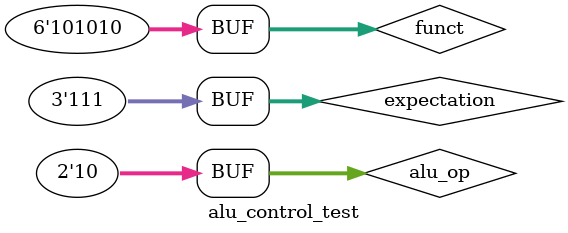
<source format=v>
module alu_control_test();
  reg [5:0] funct;
  reg [1:0] alu_op;
  wire [2:0] aluctrl;

  reg [2:0] expectation;
  alu_control alu_cont(funct,alu_op,aluctrl);

  initial begin
    funct  = 6'b100100;
    expectation = 3'b000; //and
    #5
    funct  = 6'b100101;
    expectation = 3'b001; //or
    #5
    funct  = 6'b100000;
    alu_op = 2'b10;
    expectation = 3'b010; //add
    #5
    funct  = 6'b100010;
    expectation = 3'b110; //sub
    #5
    funct  = 6'b101010;
    expectation = 3'b111; //xor
  end
  initial begin
    $monitor("Time:%2d funct:%6b alu_op:%2b, alu_control:%3b, expectation:%3b",$time,funct,alu_op,aluctrl,expectation);
  end


endmodule

</source>
